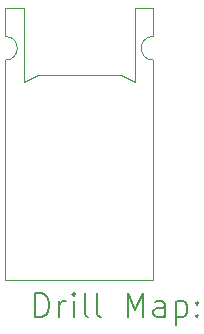
<source format=gbr>
%TF.GenerationSoftware,KiCad,Pcbnew,(6.0.8)*%
%TF.CreationDate,2022-11-03T22:25:15+01:00*%
%TF.ProjectId,epi,6570692e-6b69-4636-9164-5f7063625858,rev?*%
%TF.SameCoordinates,Original*%
%TF.FileFunction,Drillmap*%
%TF.FilePolarity,Positive*%
%FSLAX45Y45*%
G04 Gerber Fmt 4.5, Leading zero omitted, Abs format (unit mm)*
G04 Created by KiCad (PCBNEW (6.0.8)) date 2022-11-03 22:25:15*
%MOMM*%
%LPD*%
G01*
G04 APERTURE LIST*
%ADD10C,0.100000*%
%ADD11C,0.200000*%
G04 APERTURE END LIST*
D10*
X10625000Y-3640000D02*
X10625000Y-3880000D01*
X9375000Y-3640000D02*
X9375000Y-3880000D01*
X9530000Y-4270000D02*
X9650000Y-4210000D01*
X9650000Y-4210000D02*
X10350000Y-4210000D01*
X10625000Y-3880000D02*
G75*
G03*
X10625000Y-4080000I0J-100000D01*
G01*
X9375000Y-4080000D02*
G75*
G03*
X9375000Y-3880000I0J100000D01*
G01*
X10470000Y-3640000D02*
X10625000Y-3640000D01*
X10470000Y-4270000D02*
X10470000Y-3640000D01*
X10625000Y-5940000D02*
X10625000Y-4080000D01*
X9375000Y-5940000D02*
X10625000Y-5940000D01*
X9375000Y-4080000D02*
X9375000Y-5940000D01*
X9375000Y-3640000D02*
X9530000Y-3640000D01*
X9530000Y-3640000D02*
X9530000Y-4270000D01*
X10350000Y-4210000D02*
X10470000Y-4270000D01*
D11*
X9627619Y-6255476D02*
X9627619Y-6055476D01*
X9675238Y-6055476D01*
X9703810Y-6065000D01*
X9722857Y-6084048D01*
X9732381Y-6103095D01*
X9741905Y-6141190D01*
X9741905Y-6169762D01*
X9732381Y-6207857D01*
X9722857Y-6226905D01*
X9703810Y-6245952D01*
X9675238Y-6255476D01*
X9627619Y-6255476D01*
X9827619Y-6255476D02*
X9827619Y-6122143D01*
X9827619Y-6160238D02*
X9837143Y-6141190D01*
X9846667Y-6131667D01*
X9865714Y-6122143D01*
X9884762Y-6122143D01*
X9951429Y-6255476D02*
X9951429Y-6122143D01*
X9951429Y-6055476D02*
X9941905Y-6065000D01*
X9951429Y-6074524D01*
X9960952Y-6065000D01*
X9951429Y-6055476D01*
X9951429Y-6074524D01*
X10075238Y-6255476D02*
X10056190Y-6245952D01*
X10046667Y-6226905D01*
X10046667Y-6055476D01*
X10180000Y-6255476D02*
X10160952Y-6245952D01*
X10151429Y-6226905D01*
X10151429Y-6055476D01*
X10408571Y-6255476D02*
X10408571Y-6055476D01*
X10475238Y-6198333D01*
X10541905Y-6055476D01*
X10541905Y-6255476D01*
X10722857Y-6255476D02*
X10722857Y-6150714D01*
X10713333Y-6131667D01*
X10694286Y-6122143D01*
X10656190Y-6122143D01*
X10637143Y-6131667D01*
X10722857Y-6245952D02*
X10703810Y-6255476D01*
X10656190Y-6255476D01*
X10637143Y-6245952D01*
X10627619Y-6226905D01*
X10627619Y-6207857D01*
X10637143Y-6188809D01*
X10656190Y-6179286D01*
X10703810Y-6179286D01*
X10722857Y-6169762D01*
X10818095Y-6122143D02*
X10818095Y-6322143D01*
X10818095Y-6131667D02*
X10837143Y-6122143D01*
X10875238Y-6122143D01*
X10894286Y-6131667D01*
X10903810Y-6141190D01*
X10913333Y-6160238D01*
X10913333Y-6217381D01*
X10903810Y-6236428D01*
X10894286Y-6245952D01*
X10875238Y-6255476D01*
X10837143Y-6255476D01*
X10818095Y-6245952D01*
X10999048Y-6236428D02*
X11008571Y-6245952D01*
X10999048Y-6255476D01*
X10989524Y-6245952D01*
X10999048Y-6236428D01*
X10999048Y-6255476D01*
X10999048Y-6131667D02*
X11008571Y-6141190D01*
X10999048Y-6150714D01*
X10989524Y-6141190D01*
X10999048Y-6131667D01*
X10999048Y-6150714D01*
M02*

</source>
